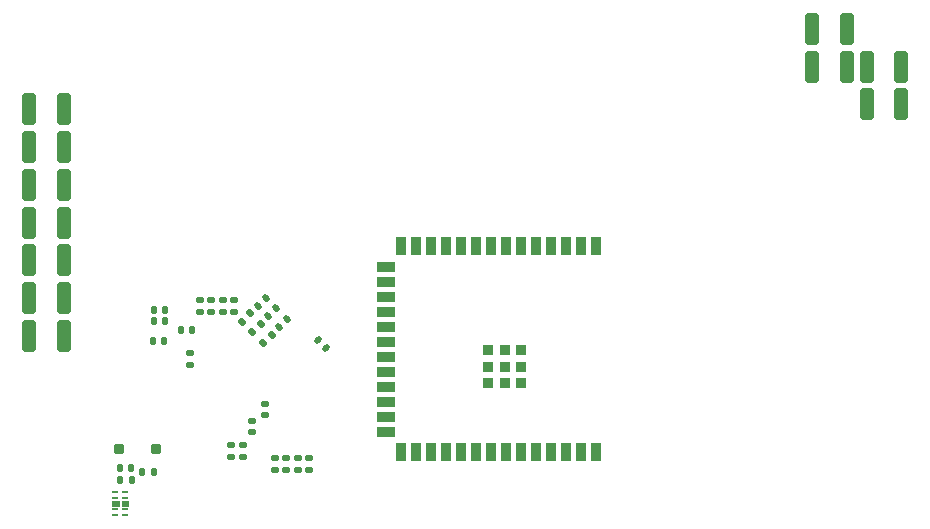
<source format=gbr>
%TF.GenerationSoftware,KiCad,Pcbnew,9.0.1*%
%TF.CreationDate,2025-05-02T15:06:27-04:00*%
%TF.ProjectId,main_board,6d61696e-5f62-46f6-9172-642e6b696361,rev?*%
%TF.SameCoordinates,Original*%
%TF.FileFunction,Paste,Bot*%
%TF.FilePolarity,Positive*%
%FSLAX46Y46*%
G04 Gerber Fmt 4.6, Leading zero omitted, Abs format (unit mm)*
G04 Created by KiCad (PCBNEW 9.0.1) date 2025-05-02 15:06:27*
%MOMM*%
%LPD*%
G01*
G04 APERTURE LIST*
G04 Aperture macros list*
%AMRoundRect*
0 Rectangle with rounded corners*
0 $1 Rounding radius*
0 $2 $3 $4 $5 $6 $7 $8 $9 X,Y pos of 4 corners*
0 Add a 4 corners polygon primitive as box body*
4,1,4,$2,$3,$4,$5,$6,$7,$8,$9,$2,$3,0*
0 Add four circle primitives for the rounded corners*
1,1,$1+$1,$2,$3*
1,1,$1+$1,$4,$5*
1,1,$1+$1,$6,$7*
1,1,$1+$1,$8,$9*
0 Add four rect primitives between the rounded corners*
20,1,$1+$1,$2,$3,$4,$5,0*
20,1,$1+$1,$4,$5,$6,$7,0*
20,1,$1+$1,$6,$7,$8,$9,0*
20,1,$1+$1,$8,$9,$2,$3,0*%
G04 Aperture macros list end*
%ADD10C,0.010000*%
%ADD11RoundRect,0.250000X0.325000X1.100000X-0.325000X1.100000X-0.325000X-1.100000X0.325000X-1.100000X0*%
%ADD12RoundRect,0.135000X-0.035355X0.226274X-0.226274X0.035355X0.035355X-0.226274X0.226274X-0.035355X0*%
%ADD13RoundRect,0.140000X0.170000X-0.140000X0.170000X0.140000X-0.170000X0.140000X-0.170000X-0.140000X0*%
%ADD14RoundRect,0.140000X0.021213X-0.219203X0.219203X-0.021213X-0.021213X0.219203X-0.219203X0.021213X0*%
%ADD15RoundRect,0.140000X0.140000X0.170000X-0.140000X0.170000X-0.140000X-0.170000X0.140000X-0.170000X0*%
%ADD16RoundRect,0.135000X-0.185000X0.135000X-0.185000X-0.135000X0.185000X-0.135000X0.185000X0.135000X0*%
%ADD17R,0.900000X1.500000*%
%ADD18R,1.500000X0.900000*%
%ADD19R,0.900000X0.900000*%
%ADD20RoundRect,0.140000X-0.170000X0.140000X-0.170000X-0.140000X0.170000X-0.140000X0.170000X0.140000X0*%
%ADD21RoundRect,0.135000X0.185000X-0.135000X0.185000X0.135000X-0.185000X0.135000X-0.185000X-0.135000X0*%
%ADD22RoundRect,0.181818X-0.268182X-0.218182X0.268182X-0.218182X0.268182X0.218182X-0.268182X0.218182X0*%
%ADD23RoundRect,0.181818X0.268182X0.218182X-0.268182X0.218182X-0.268182X-0.218182X0.268182X-0.218182X0*%
%ADD24R,0.565000X0.200000*%
%ADD25RoundRect,0.140000X-0.140000X-0.170000X0.140000X-0.170000X0.140000X0.170000X-0.140000X0.170000X0*%
%ADD26RoundRect,0.135000X-0.135000X-0.185000X0.135000X-0.185000X0.135000X0.185000X-0.135000X0.185000X0*%
%ADD27RoundRect,0.140000X0.219203X0.021213X0.021213X0.219203X-0.219203X-0.021213X-0.021213X-0.219203X0*%
G04 APERTURE END LIST*
D10*
%TO.C,D3*%
X122750200Y-112194000D02*
X122185200Y-112194000D01*
X122185200Y-111834000D01*
X122750200Y-111834000D01*
X122750200Y-112194000D01*
G36*
X122750200Y-112194000D02*
G01*
X122185200Y-112194000D01*
X122185200Y-111834000D01*
X122750200Y-111834000D01*
X122750200Y-112194000D01*
G37*
X123585200Y-112194000D02*
X123020200Y-112194000D01*
X123020200Y-111834000D01*
X123585200Y-111834000D01*
X123585200Y-112194000D01*
G36*
X123585200Y-112194000D02*
G01*
X123020200Y-112194000D01*
X123020200Y-111834000D01*
X123585200Y-111834000D01*
X123585200Y-112194000D01*
G37*
%TD*%
D11*
%TO.C,C14*%
X118111800Y-78638400D03*
X115161800Y-78638400D03*
%TD*%
D12*
%TO.C,R31*%
X135708013Y-97717987D03*
X134986765Y-98439235D03*
%TD*%
D11*
%TO.C,C23*%
X118111800Y-91440000D03*
X115161800Y-91440000D03*
%TD*%
D13*
%TO.C,C30*%
X132486400Y-95780800D03*
X132486400Y-94820800D03*
%TD*%
D11*
%TO.C,C38*%
X118111800Y-85039200D03*
X115161800Y-85039200D03*
%TD*%
D14*
%TO.C,C74*%
X134529565Y-95289635D03*
X135208387Y-94610813D03*
%TD*%
D13*
%TO.C,C54*%
X134023100Y-105979789D03*
X134023100Y-105019789D03*
%TD*%
D15*
%TO.C,C48*%
X129004000Y-97332800D03*
X128044000Y-97332800D03*
%TD*%
D16*
%TO.C,R21*%
X128828800Y-99261200D03*
X128828800Y-100281200D03*
%TD*%
D14*
%TO.C,C58*%
X136328778Y-97097222D03*
X137007600Y-96418400D03*
%TD*%
D13*
%TO.C,C51*%
X131572000Y-95780800D03*
X131572000Y-94820800D03*
%TD*%
D11*
%TO.C,C37*%
X189028600Y-78232000D03*
X186078600Y-78232000D03*
%TD*%
D12*
%TO.C,R32*%
X134793613Y-96803587D03*
X134072365Y-97524835D03*
%TD*%
D14*
%TO.C,C73*%
X135414378Y-96182822D03*
X136093200Y-95504000D03*
%TD*%
D17*
%TO.C,U6*%
X163169600Y-107696000D03*
X161899600Y-107696000D03*
X160629600Y-107696000D03*
X159359600Y-107696000D03*
X158089600Y-107696000D03*
X156819600Y-107696000D03*
X155549600Y-107696000D03*
X154279600Y-107696000D03*
X153009600Y-107696000D03*
X151739600Y-107696000D03*
X150469600Y-107696000D03*
X149199600Y-107696000D03*
X147929600Y-107696000D03*
X146659600Y-107696000D03*
D18*
X145409600Y-105931000D03*
X145409600Y-104661000D03*
X145409600Y-103391000D03*
X145409600Y-102121000D03*
X145409600Y-100851000D03*
X145409600Y-99581000D03*
X145409600Y-98311000D03*
X145409600Y-97041000D03*
X145409600Y-95771000D03*
X145409600Y-94501000D03*
X145409600Y-93231000D03*
X145409600Y-91961000D03*
D17*
X146659600Y-90196000D03*
X147929600Y-90196000D03*
X149199600Y-90196000D03*
X150469600Y-90196000D03*
X151739600Y-90196000D03*
X153009600Y-90196000D03*
X154279600Y-90196000D03*
X155549600Y-90196000D03*
X156819600Y-90196000D03*
X158089600Y-90196000D03*
X159359600Y-90196000D03*
X160629600Y-90196000D03*
X161899600Y-90196000D03*
X163169600Y-90196000D03*
D19*
X155449600Y-100446000D03*
X155449600Y-101846000D03*
X155449600Y-99046000D03*
X154049600Y-101846000D03*
X154049600Y-100446000D03*
X154049600Y-99046000D03*
X156849600Y-101846000D03*
X156849600Y-100446000D03*
X156849600Y-99046000D03*
%TD*%
D11*
%TO.C,C28*%
X118111800Y-94640400D03*
X115161800Y-94640400D03*
%TD*%
D20*
%TO.C,C49*%
X129641600Y-94820800D03*
X129641600Y-95780800D03*
%TD*%
D21*
%TO.C,R25*%
X133280800Y-108112400D03*
X133280800Y-107092400D03*
%TD*%
D22*
%TO.C,D4*%
X122758400Y-107391200D03*
D23*
X125958400Y-107391200D03*
%TD*%
D11*
%TO.C,C17*%
X184405800Y-75031600D03*
X181455800Y-75031600D03*
%TD*%
D13*
%TO.C,C25*%
X135128000Y-104518400D03*
X135128000Y-103558400D03*
%TD*%
D24*
%TO.C,D3*%
X123302700Y-111014000D03*
X123302700Y-111514000D03*
X123302700Y-112514000D03*
X123302700Y-113014000D03*
X122467700Y-113014000D03*
X122467700Y-112514000D03*
X122467700Y-111514000D03*
X122467700Y-111014000D03*
%TD*%
D11*
%TO.C,C15*%
X118111800Y-97840800D03*
X115161800Y-97840800D03*
%TD*%
D25*
%TO.C,C27*%
X122862400Y-109016800D03*
X123822400Y-109016800D03*
%TD*%
D16*
%TO.C,R41*%
X135991600Y-108202000D03*
X135991600Y-109222000D03*
%TD*%
D11*
%TO.C,C33*%
X118111800Y-88239600D03*
X115161800Y-88239600D03*
%TD*%
D12*
%TO.C,R33*%
X133908800Y-95910400D03*
X133187552Y-96631648D03*
%TD*%
D11*
%TO.C,C41*%
X118111800Y-81838800D03*
X115161800Y-81838800D03*
%TD*%
%TO.C,C52*%
X189028600Y-75031600D03*
X186078600Y-75031600D03*
%TD*%
D26*
%TO.C,R11*%
X122830400Y-110032800D03*
X123850400Y-110032800D03*
%TD*%
%TO.C,R36*%
X124762800Y-109321600D03*
X125782800Y-109321600D03*
%TD*%
D16*
%TO.C,R34*%
X132283200Y-107082400D03*
X132283200Y-108102400D03*
%TD*%
D27*
%TO.C,C26*%
X140344211Y-98891411D03*
X139665389Y-98212589D03*
%TD*%
D16*
%TO.C,R43*%
X136956800Y-108202000D03*
X136956800Y-109222000D03*
%TD*%
%TO.C,R40*%
X137922000Y-108202000D03*
X137922000Y-109222000D03*
%TD*%
D15*
%TO.C,C46*%
X126667200Y-96596400D03*
X125707200Y-96596400D03*
%TD*%
D11*
%TO.C,C39*%
X184405800Y-71831200D03*
X181455800Y-71831200D03*
%TD*%
D15*
%TO.C,C50*%
X126604000Y-98222000D03*
X125644000Y-98222000D03*
%TD*%
D21*
%TO.C,R17*%
X130606800Y-95810800D03*
X130606800Y-94790800D03*
%TD*%
D16*
%TO.C,R42*%
X138887200Y-108202000D03*
X138887200Y-109222000D03*
%TD*%
D15*
%TO.C,C47*%
X126667200Y-95656400D03*
X125707200Y-95656400D03*
%TD*%
M02*

</source>
